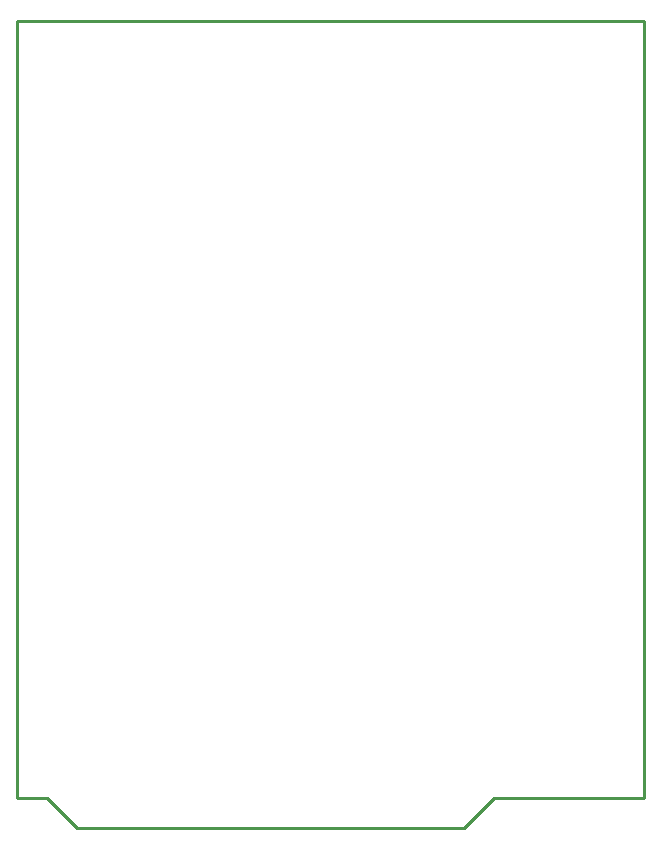
<source format=gbr>
G04 start of page 9 for group -4078 idx -4078 *
G04 Title: (unknown), bottomsilk *
G04 Creator: pcb 20110918 *
G04 CreationDate: Wed 23 Apr 2014 02:57:30 AM GMT UTC *
G04 For: railfan *
G04 Format: Gerber/RS-274X *
G04 PCB-Dimensions: 210000 270000 *
G04 PCB-Coordinate-Origin: lower left *
%MOIN*%
%FSLAX25Y25*%
%LNBOTTOMSILK*%
%ADD65C,0.0100*%
G54D65*X500Y269500D02*X209500D01*
Y10500D01*
X159500D02*X149500Y500D01*
X209500Y10500D02*X159500D01*
X149500Y500D02*X20500D01*
X500Y10500D02*X10500D01*
X20500Y500D02*X10500Y10500D01*
X500D02*Y269500D01*
M02*

</source>
